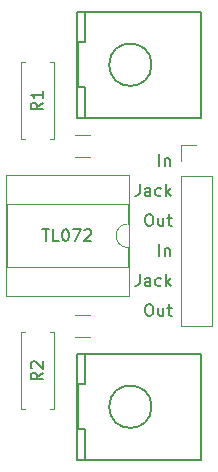
<source format=gbr>
%TF.GenerationSoftware,KiCad,Pcbnew,(5.1.6-0-10_14)*%
%TF.CreationDate,2020-08-09T19:32:51-07:00*%
%TF.ProjectId,bbf-buffer,6262662d-6275-4666-9665-722e6b696361,rev?*%
%TF.SameCoordinates,Original*%
%TF.FileFunction,Legend,Top*%
%TF.FilePolarity,Positive*%
%FSLAX46Y46*%
G04 Gerber Fmt 4.6, Leading zero omitted, Abs format (unit mm)*
G04 Created by KiCad (PCBNEW (5.1.6-0-10_14)) date 2020-08-09 19:32:51*
%MOMM*%
%LPD*%
G01*
G04 APERTURE LIST*
%ADD10C,0.150000*%
%ADD11C,0.120000*%
G04 APERTURE END LIST*
D10*
X157503903Y-52792380D02*
X157503903Y-53506666D01*
X157456284Y-53649523D01*
X157361046Y-53744761D01*
X157218189Y-53792380D01*
X157122951Y-53792380D01*
X158408665Y-53792380D02*
X158408665Y-53268571D01*
X158361046Y-53173333D01*
X158265808Y-53125714D01*
X158075332Y-53125714D01*
X157980094Y-53173333D01*
X158408665Y-53744761D02*
X158313427Y-53792380D01*
X158075332Y-53792380D01*
X157980094Y-53744761D01*
X157932475Y-53649523D01*
X157932475Y-53554285D01*
X157980094Y-53459047D01*
X158075332Y-53411428D01*
X158313427Y-53411428D01*
X158408665Y-53363809D01*
X159313427Y-53744761D02*
X159218189Y-53792380D01*
X159027713Y-53792380D01*
X158932475Y-53744761D01*
X158884856Y-53697142D01*
X158837237Y-53601904D01*
X158837237Y-53316190D01*
X158884856Y-53220952D01*
X158932475Y-53173333D01*
X159027713Y-53125714D01*
X159218189Y-53125714D01*
X159313427Y-53173333D01*
X159741999Y-53792380D02*
X159741999Y-52792380D01*
X159837237Y-53411428D02*
X160122951Y-53792380D01*
X160122951Y-53125714D02*
X159741999Y-53506666D01*
X158218189Y-55332380D02*
X158408665Y-55332380D01*
X158503903Y-55380000D01*
X158599142Y-55475238D01*
X158646761Y-55665714D01*
X158646761Y-55999047D01*
X158599142Y-56189523D01*
X158503903Y-56284761D01*
X158408665Y-56332380D01*
X158218189Y-56332380D01*
X158122951Y-56284761D01*
X158027713Y-56189523D01*
X157980094Y-55999047D01*
X157980094Y-55665714D01*
X158027713Y-55475238D01*
X158122951Y-55380000D01*
X158218189Y-55332380D01*
X159503903Y-55665714D02*
X159503903Y-56332380D01*
X159075332Y-55665714D02*
X159075332Y-56189523D01*
X159122951Y-56284761D01*
X159218189Y-56332380D01*
X159361046Y-56332380D01*
X159456284Y-56284761D01*
X159503903Y-56237142D01*
X159837237Y-55665714D02*
X160218189Y-55665714D01*
X159980094Y-55332380D02*
X159980094Y-56189523D01*
X160027713Y-56284761D01*
X160122951Y-56332380D01*
X160218189Y-56332380D01*
X159170571Y-51252380D02*
X159170571Y-50252380D01*
X159646761Y-50585714D02*
X159646761Y-51252380D01*
X159646761Y-50680952D02*
X159694380Y-50633333D01*
X159789618Y-50585714D01*
X159932475Y-50585714D01*
X160027713Y-50633333D01*
X160075332Y-50728571D01*
X160075332Y-51252380D01*
X158218189Y-47712380D02*
X158408665Y-47712380D01*
X158503903Y-47760000D01*
X158599142Y-47855238D01*
X158646761Y-48045714D01*
X158646761Y-48379047D01*
X158599142Y-48569523D01*
X158503903Y-48664761D01*
X158408665Y-48712380D01*
X158218189Y-48712380D01*
X158122951Y-48664761D01*
X158027713Y-48569523D01*
X157980094Y-48379047D01*
X157980094Y-48045714D01*
X158027713Y-47855238D01*
X158122951Y-47760000D01*
X158218189Y-47712380D01*
X159503903Y-48045714D02*
X159503903Y-48712380D01*
X159075332Y-48045714D02*
X159075332Y-48569523D01*
X159122951Y-48664761D01*
X159218189Y-48712380D01*
X159361046Y-48712380D01*
X159456284Y-48664761D01*
X159503903Y-48617142D01*
X159837237Y-48045714D02*
X160218189Y-48045714D01*
X159980094Y-47712380D02*
X159980094Y-48569523D01*
X160027713Y-48664761D01*
X160122951Y-48712380D01*
X160218189Y-48712380D01*
X157503903Y-45172380D02*
X157503903Y-45886666D01*
X157456284Y-46029523D01*
X157361046Y-46124761D01*
X157218189Y-46172380D01*
X157122951Y-46172380D01*
X158408665Y-46172380D02*
X158408665Y-45648571D01*
X158361046Y-45553333D01*
X158265808Y-45505714D01*
X158075332Y-45505714D01*
X157980094Y-45553333D01*
X158408665Y-46124761D02*
X158313427Y-46172380D01*
X158075332Y-46172380D01*
X157980094Y-46124761D01*
X157932475Y-46029523D01*
X157932475Y-45934285D01*
X157980094Y-45839047D01*
X158075332Y-45791428D01*
X158313427Y-45791428D01*
X158408665Y-45743809D01*
X159313427Y-46124761D02*
X159218189Y-46172380D01*
X159027713Y-46172380D01*
X158932475Y-46124761D01*
X158884856Y-46077142D01*
X158837237Y-45981904D01*
X158837237Y-45696190D01*
X158884856Y-45600952D01*
X158932475Y-45553333D01*
X159027713Y-45505714D01*
X159218189Y-45505714D01*
X159313427Y-45553333D01*
X159741999Y-46172380D02*
X159741999Y-45172380D01*
X159837237Y-45791428D02*
X160122951Y-46172380D01*
X160122951Y-45505714D02*
X159741999Y-45886666D01*
X159170571Y-43632380D02*
X159170571Y-42632380D01*
X159646761Y-42965714D02*
X159646761Y-43632380D01*
X159646761Y-43060952D02*
X159694380Y-43013333D01*
X159789618Y-42965714D01*
X159932475Y-42965714D01*
X160027713Y-43013333D01*
X160075332Y-43108571D01*
X160075332Y-43632380D01*
D11*
%TO.C,J3*%
X160976000Y-41850000D02*
X162306000Y-41850000D01*
X160976000Y-43180000D02*
X160976000Y-41850000D01*
X160976000Y-44450000D02*
X163636000Y-44450000D01*
X163636000Y-44450000D02*
X163636000Y-57210000D01*
X160976000Y-44450000D02*
X160976000Y-57210000D01*
X160976000Y-57210000D02*
X163636000Y-57210000D01*
D10*
%TO.C,J4*%
X162718000Y-30552000D02*
X162718000Y-39552000D01*
X152218000Y-30552000D02*
X152218000Y-39552000D01*
X162718000Y-30552000D02*
X152218000Y-30552000D01*
X162718000Y-39552000D02*
X152218000Y-39552000D01*
X158514051Y-35052000D02*
G75*
G03*
X158514051Y-35052000I-1796051J0D01*
G01*
X152908000Y-36957000D02*
X152908000Y-39497000D01*
X152273000Y-36957000D02*
X152908000Y-36957000D01*
X152273000Y-33147000D02*
X152273000Y-36957000D01*
X152908000Y-33147000D02*
X152273000Y-33147000D01*
X152908000Y-30607000D02*
X152908000Y-33147000D01*
%TO.C,J5*%
X152908000Y-59563000D02*
X152908000Y-62103000D01*
X152908000Y-62103000D02*
X152273000Y-62103000D01*
X152273000Y-62103000D02*
X152273000Y-65913000D01*
X152273000Y-65913000D02*
X152908000Y-65913000D01*
X152908000Y-65913000D02*
X152908000Y-68453000D01*
X158514051Y-64008000D02*
G75*
G03*
X158514051Y-64008000I-1796051J0D01*
G01*
X162718000Y-68508000D02*
X152218000Y-68508000D01*
X162718000Y-59508000D02*
X152218000Y-59508000D01*
X152218000Y-59508000D02*
X152218000Y-68508000D01*
X162718000Y-59508000D02*
X162718000Y-68508000D01*
D11*
%TO.C,TL072*%
X156584000Y-54670000D02*
X156584000Y-44390000D01*
X146184000Y-54670000D02*
X156584000Y-54670000D01*
X146184000Y-44390000D02*
X146184000Y-54670000D01*
X156584000Y-44390000D02*
X146184000Y-44390000D01*
X156524000Y-52180000D02*
X156524000Y-50530000D01*
X146244000Y-52180000D02*
X156524000Y-52180000D01*
X146244000Y-46880000D02*
X146244000Y-52180000D01*
X156524000Y-46880000D02*
X146244000Y-46880000D01*
X156524000Y-48530000D02*
X156524000Y-46880000D01*
X156524000Y-50530000D02*
G75*
G02*
X156524000Y-48530000I0J1000000D01*
G01*
%TO.C,C1*%
X153303000Y-58070000D02*
X152045000Y-58070000D01*
X153303000Y-56230000D02*
X152045000Y-56230000D01*
%TO.C,C2*%
X153303000Y-40990000D02*
X152045000Y-40990000D01*
X153303000Y-42830000D02*
X152045000Y-42830000D01*
%TO.C,R1*%
X150214000Y-34830000D02*
X149884000Y-34830000D01*
X150214000Y-41370000D02*
X150214000Y-34830000D01*
X149884000Y-41370000D02*
X150214000Y-41370000D01*
X147474000Y-34830000D02*
X147804000Y-34830000D01*
X147474000Y-41370000D02*
X147474000Y-34830000D01*
X147804000Y-41370000D02*
X147474000Y-41370000D01*
%TO.C,R2*%
X149884000Y-57690000D02*
X150214000Y-57690000D01*
X150214000Y-57690000D02*
X150214000Y-64230000D01*
X150214000Y-64230000D02*
X149884000Y-64230000D01*
X147804000Y-57690000D02*
X147474000Y-57690000D01*
X147474000Y-57690000D02*
X147474000Y-64230000D01*
X147474000Y-64230000D02*
X147804000Y-64230000D01*
%TO.C,TL072*%
D10*
X149264952Y-48982380D02*
X149836380Y-48982380D01*
X149550666Y-49982380D02*
X149550666Y-48982380D01*
X150645904Y-49982380D02*
X150169714Y-49982380D01*
X150169714Y-48982380D01*
X151169714Y-48982380D02*
X151264952Y-48982380D01*
X151360190Y-49030000D01*
X151407809Y-49077619D01*
X151455428Y-49172857D01*
X151503047Y-49363333D01*
X151503047Y-49601428D01*
X151455428Y-49791904D01*
X151407809Y-49887142D01*
X151360190Y-49934761D01*
X151264952Y-49982380D01*
X151169714Y-49982380D01*
X151074476Y-49934761D01*
X151026857Y-49887142D01*
X150979238Y-49791904D01*
X150931619Y-49601428D01*
X150931619Y-49363333D01*
X150979238Y-49172857D01*
X151026857Y-49077619D01*
X151074476Y-49030000D01*
X151169714Y-48982380D01*
X151836380Y-48982380D02*
X152503047Y-48982380D01*
X152074476Y-49982380D01*
X152836380Y-49077619D02*
X152884000Y-49030000D01*
X152979238Y-48982380D01*
X153217333Y-48982380D01*
X153312571Y-49030000D01*
X153360190Y-49077619D01*
X153407809Y-49172857D01*
X153407809Y-49268095D01*
X153360190Y-49410952D01*
X152788761Y-49982380D01*
X153407809Y-49982380D01*
%TO.C,R1*%
X149295379Y-38266666D02*
X148819189Y-38600000D01*
X149295379Y-38838095D02*
X148295379Y-38838095D01*
X148295379Y-38457142D01*
X148342999Y-38361904D01*
X148390618Y-38314285D01*
X148485856Y-38266666D01*
X148628713Y-38266666D01*
X148723951Y-38314285D01*
X148771570Y-38361904D01*
X148819189Y-38457142D01*
X148819189Y-38838095D01*
X149295379Y-37314285D02*
X149295379Y-37885714D01*
X149295379Y-37600000D02*
X148295379Y-37600000D01*
X148438237Y-37695238D01*
X148533475Y-37790476D01*
X148581094Y-37885714D01*
%TO.C,R2*%
X149283381Y-61126666D02*
X148807191Y-61460000D01*
X149283381Y-61698095D02*
X148283381Y-61698095D01*
X148283381Y-61317142D01*
X148331001Y-61221904D01*
X148378620Y-61174285D01*
X148473858Y-61126666D01*
X148616715Y-61126666D01*
X148711953Y-61174285D01*
X148759572Y-61221904D01*
X148807191Y-61317142D01*
X148807191Y-61698095D01*
X148378620Y-60745714D02*
X148331001Y-60698095D01*
X148283381Y-60602857D01*
X148283381Y-60364761D01*
X148331001Y-60269523D01*
X148378620Y-60221904D01*
X148473858Y-60174285D01*
X148569096Y-60174285D01*
X148711953Y-60221904D01*
X149283381Y-60793333D01*
X149283381Y-60174285D01*
%TD*%
M02*

</source>
